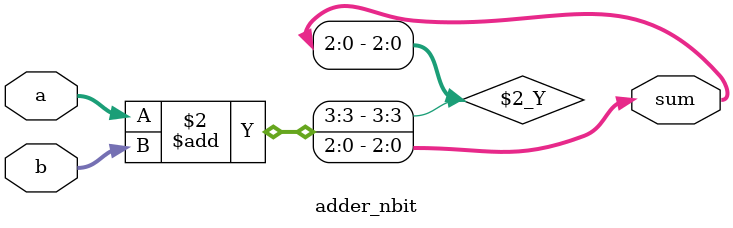
<source format=v>
`timescale 1ns / 1ps


module adder_nbit(
 
 // port section
  input [2:0]a ,
  input [2:0] b ,
  output reg [2:0] sum 
  
);

always @(*) begin
sum[3:0]= a[2:0] + b[2:0];
end

endmodule

</source>
